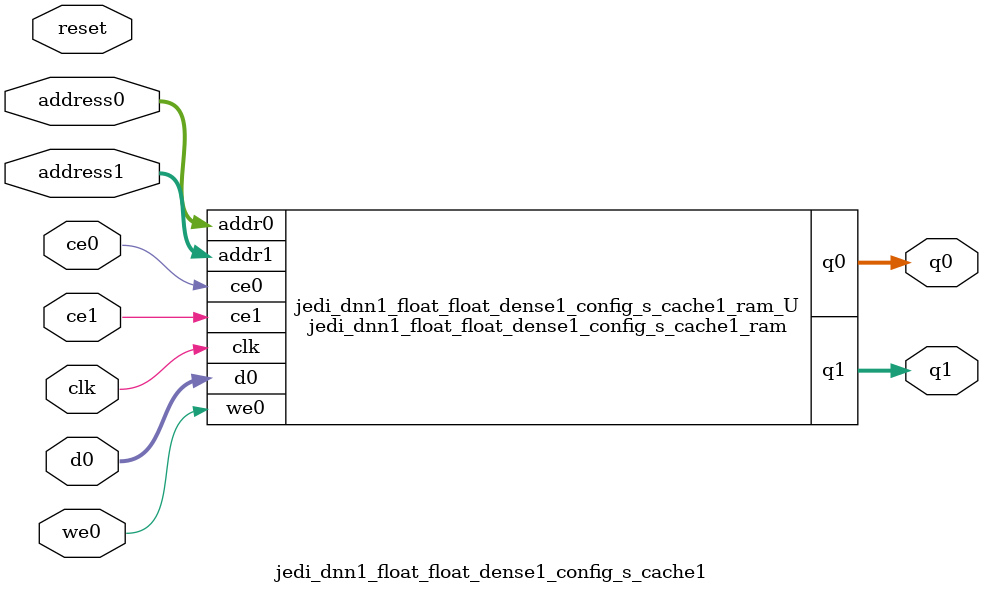
<source format=v>
`timescale 1 ns / 1 ps
module jedi_dnn1_float_float_dense1_config_s_cache1_ram (addr0, ce0, d0, we0, q0, addr1, ce1, q1,  clk);

parameter DWIDTH = 32;
parameter AWIDTH = 5;
parameter MEM_SIZE = 32;

input[AWIDTH-1:0] addr0;
input ce0;
input[DWIDTH-1:0] d0;
input we0;
output reg[DWIDTH-1:0] q0;
input[AWIDTH-1:0] addr1;
input ce1;
output reg[DWIDTH-1:0] q1;
input clk;

(* ram_style = "block" *)reg [DWIDTH-1:0] ram[0:MEM_SIZE-1];




always @(posedge clk)  
begin 
    if (ce0) begin
        if (we0) 
            ram[addr0] <= d0; 
        q0 <= ram[addr0];
    end
end


always @(posedge clk)  
begin 
    if (ce1) begin
        q1 <= ram[addr1];
    end
end


endmodule

`timescale 1 ns / 1 ps
module jedi_dnn1_float_float_dense1_config_s_cache1(
    reset,
    clk,
    address0,
    ce0,
    we0,
    d0,
    q0,
    address1,
    ce1,
    q1);

parameter DataWidth = 32'd32;
parameter AddressRange = 32'd32;
parameter AddressWidth = 32'd5;
input reset;
input clk;
input[AddressWidth - 1:0] address0;
input ce0;
input we0;
input[DataWidth - 1:0] d0;
output[DataWidth - 1:0] q0;
input[AddressWidth - 1:0] address1;
input ce1;
output[DataWidth - 1:0] q1;



jedi_dnn1_float_float_dense1_config_s_cache1_ram jedi_dnn1_float_float_dense1_config_s_cache1_ram_U(
    .clk( clk ),
    .addr0( address0 ),
    .ce0( ce0 ),
    .we0( we0 ),
    .d0( d0 ),
    .q0( q0 ),
    .addr1( address1 ),
    .ce1( ce1 ),
    .q1( q1 ));

endmodule


</source>
